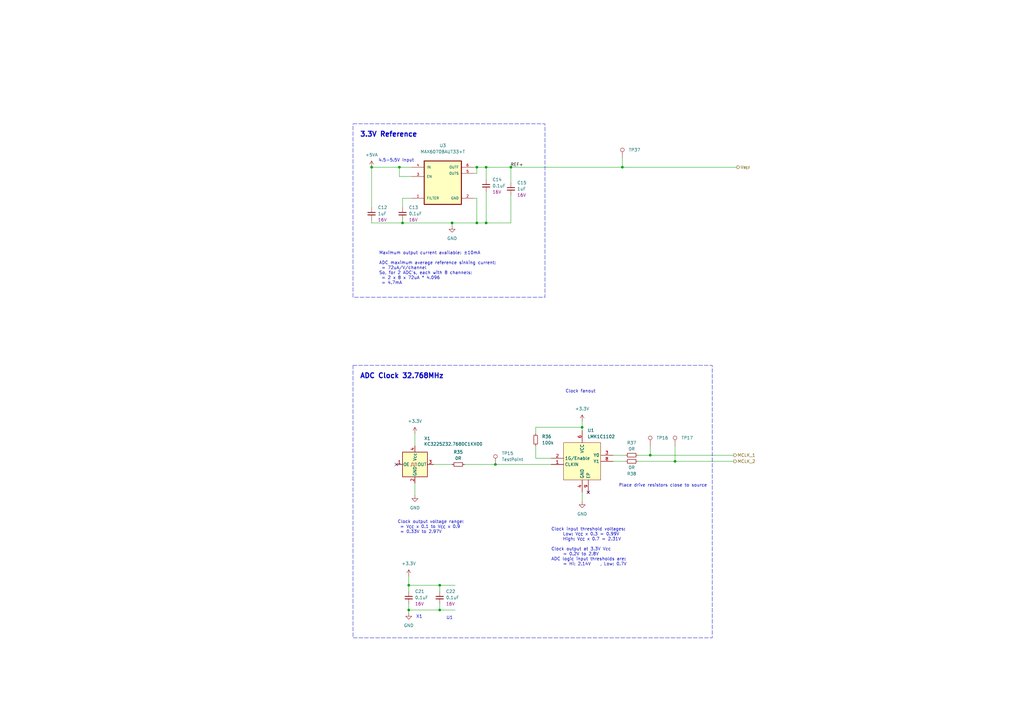
<source format=kicad_sch>
(kicad_sch (version 20231120) (generator "eeschema") (generator_version "8.0")
  (paper "A3")
  (title_block (title "Sound Compass POC") (date "2024-03-23") (rev "A") (company "Josh Berry") (comment 1 "JBRRY"))
  (lib_symbols
    (symbol "Connector:TestPoint" (pin_numbers hide) (pin_names (offset 0.762) hide)
      (property "Reference" "TP" (at 0 6.858 0))
      (property "Value" "TestPoint" (at 0 5.08 0))
      (symbol "TestPoint_0_1"
        (circle (center 0 3.302) (radius 0.762))
      )
      (symbol "TestPoint_1_1"
        (pin passive line (at 0 0 90) (length 2.54) (name "1") (number "1"))
      )
    )
    (symbol "Device:C_Small" (pin_numbers hide) (pin_names (offset 0.254) hide)
      (property "Reference" "C" (at 0.254 1.778 0))
      (property "Value" "C_Small" (at 0.254 -2.032 0))
      (symbol "C_Small_0_1"
        (polyline (pts (xy -1.524 -0.508) (xy 1.524 -0.508)) (stroke (width 0.3302)))
        (polyline (pts (xy -1.524 0.508) (xy 1.524 0.508)) (stroke (width 0.3048)))
      )
      (symbol "C_Small_1_1"
        (pin passive line (at 0 2.54 270) (length 2.032) (name "~") (number "1"))
        (pin passive line (at 0 -2.54 90) (length 2.032) (name "~") (number "2"))
      )
    )
    (symbol "Device:R_Small" (pin_numbers hide) (pin_names (offset 0.254) hide)
      (property "Reference" "R" (at 0.762 0.508 0))
      (property "Value" "R_Small" (at 0.762 -1.016 0))
      (symbol "R_Small_0_1"
        (rectangle (start -0.762 1.778) (end 0.762 -1.778) (stroke (width 0.2032)))
      )
      (symbol "R_Small_1_1"
        (pin passive line (at 0 2.54 270) (length 0.762) (name "~") (number "1"))
        (pin passive line (at 0 -2.54 90) (length 0.762) (name "~") (number "2"))
      )
    )
    (symbol "mic-test-pcb:KC3225Z32.7680C1KX00" (pin_names (offset 0.254))
      (property "Reference" "X" (at -5.08 6.35 0))
      (property "Value" "KC3225Z32.7680C1KX00" (at 1.27 -6.35 0))
      (symbol "KC3225Z32.7680C1KX00_0_1"
        (rectangle (start -5.08 5.08) (end 5.08 -5.08) (stroke (width 0.254)) (fill (type background)))
        (polyline (pts (xy -1.905 -0.635) (xy -1.27 -0.635) (xy -1.27 0.635) (xy -0.635 0.635) (xy -0.635 -0.635) (xy 0 -0.635) (xy 0 0.635) (xy 0.635 0.635) (xy 0.635 -0.635)))
      )
      (symbol "KC3225Z32.7680C1KX00_1_1"
        (pin input line (at -7.62 0 0) (length 2.54) (name "OE") (number "1"))
        (pin power_in line (at 0 -7.62 90) (length 2.54) (name "GND") (number "2"))
        (pin output line (at 7.62 0 180) (length 2.54) (name "OUT") (number "3"))
        (pin power_in line (at 0 7.62 270) (length 2.54) (name "Vcc") (number "4"))
      )
    )
    (symbol "mic-test-pcb:LMK1C1102"
      (property "Reference" "U" (at 7.62 21.59 0))
      (property "Value" "LMK1C1102" (at 9.398 -7.112 0))
      (symbol "LMK1C1102_1_0"
        (pin output line (at 12.7 5.08 180) (length 5.08) (name "Y0") (number "3"))
        (pin no_connect line (at 5.08 16.51 270) (length 2.54) hide (name "NC") (number "5"))
        (pin no_connect line (at 7.62 16.51 270) (length 2.54) hide (name "NC") (number "7"))
        (pin output line (at 12.7 2.54 180) (length 5.08) (name "Y1") (number "8"))
      )
      (symbol "LMK1C1102_1_1"
        (rectangle (start -7.62 10.16) (end 7.62 -5.08) (fill (type background)))
        (pin input line (at -12.7 1.27 0) (length 5.08) (name "CLKIN") (number "1"))
        (pin input line (at -12.7 3.81 0) (length 5.08) (name "1G/Enable") (number "2"))
        (pin power_in line (at 0 -10.16 90) (length 5.08) (name "GND") (number "4"))
        (pin power_in line (at 0 15.24 270) (length 5.08) (name "VCC") (number "6"))
        (pin no_connect line (at 2.54 -10.16 90) (length 5.08) (name "EP") (number "9"))
      )
    )
    (symbol "mic-test-pcb:MAX6070BAUT12_" (pin_names (offset 1.016))
      (property "Reference" "U" (at -12.7 11.16 0))
      (property "Value" "MAX6070BAUT41+T" (at -12.7 -14.16 0))
      (property "Part Number" "MAX6070BAUT41+T" (at 0 -2.54 0))
      (symbol "MAX6070BAUT12__0_0"
        (rectangle (start -7.62 10.16) (end 7.62 -7.62) (stroke (width 0.41)) (fill (type background)))
        (pin input line (at -12.7 -5.08 0) (length 5.08) (name "FILTER") (number "1"))
        (pin power_in line (at 12.7 -5.08 180) (length 5.08) (name "GND") (number "2"))
        (pin bidirectional line (at -12.7 3.81 0) (length 5.08) (name "EN") (number "3"))
        (pin input line (at -12.7 7.62 0) (length 5.08) (name "IN") (number "4"))
        (pin output line (at 12.7 5.08 180) (length 5.08) (name "OUTS") (number "5"))
        (pin output line (at 12.7 7.62 180) (length 5.08) (name "OUTF") (number "6"))
      )
    )
    (symbol "power:+3.3V" (power) (pin_numbers hide) (pin_names (offset 0) hide)
      (property "Value" "+3.3V" (at 0 3.556 0))
      (symbol "+3.3V_0_1"
        (polyline (pts (xy -0.762 1.27) (xy 0 2.54)))
        (polyline (pts (xy 0 0) (xy 0 2.54)))
        (polyline (pts (xy 0 2.54) (xy 0.762 1.27)))
      )
      (symbol "+3.3V_1_1"
        (pin power_in line (at 0 0 90) (length 0) (name "~") (number "1"))
      )
    )
    (symbol "power:+5VA" (power) (pin_numbers hide) (pin_names (offset 0) hide)
      (property "Value" "+5VA" (at 0 3.556 0))
      (symbol "+5VA_0_1"
        (polyline (pts (xy -0.762 1.27) (xy 0 2.54)))
        (polyline (pts (xy 0 0) (xy 0 2.54)))
        (polyline (pts (xy 0 2.54) (xy 0.762 1.27)))
      )
      (symbol "+5VA_1_1"
        (pin power_in line (at 0 0 90) (length 0) (name "~") (number "1"))
      )
    )
    (symbol "power:GND" (power) (pin_names (offset 0))
      (property "Value" "GND" (at 0 -3.81 0))
      (symbol "GND_0_1"
        (polyline (pts (xy 0 0) (xy 0 -1.27) (xy 1.27 -1.27) (xy 0 -2.54) (xy -1.27 -1.27) (xy 0 -1.27)))
      )
      (symbol "GND_1_1"
        (pin power_in line (at 0 0 270) (length 0) hide (name "GND") (number "1"))
      )
    )
  )
  (junction (at 152.4 68.58))
  (junction (at 180.34 250.19))
  (junction (at 199.39 68.58))
  (junction (at 266.7 186.69))
  (junction (at 195.58 91.44))
  (junction (at 255.27 68.58))
  (junction (at 163.83 68.58))
  (junction (at 185.42 91.44))
  (junction (at 238.76 175.26))
  (junction (at 195.58 68.58))
  (junction (at 167.64 240.03))
  (junction (at 167.64 250.19))
  (junction (at 199.39 91.44))
  (junction (at 276.86 189.23))
  (junction (at 203.2 190.5))
  (junction (at 209.55 68.58))
  (junction (at 180.34 240.03))
  (junction (at 165.1 91.44))
  (no_connect (at 241.3 201.93))
  (no_connect (at 162.56 190.5))
  (wire (pts (xy 209.55 68.58) (xy 255.27 68.58)))
  (wire (pts (xy 276.86 182.88) (xy 276.86 189.23)))
  (wire (pts (xy 266.7 186.69) (xy 300.99 186.69)))
  (wire (pts (xy 165.1 90.17) (xy 165.1 91.44)))
  (wire (pts (xy 177.8 190.5) (xy 185.42 190.5)))
  (wire (pts (xy 167.64 250.19) (xy 180.34 250.19)))
  (wire (pts (xy 238.76 201.93) (xy 238.76 205.74)))
  (wire (pts (xy 195.58 68.58) (xy 194.31 68.58)))
  (wire (pts (xy 165.1 91.44) (xy 185.42 91.44)))
  (wire (pts (xy 152.4 68.58) (xy 152.4 85.09)))
  (wire (pts (xy 190.5 190.5) (xy 203.2 190.5)))
  (wire (pts (xy 238.76 175.26) (xy 238.76 176.53)))
  (wire (pts (xy 209.55 80.01) (xy 209.55 91.44)))
  (wire (pts (xy 238.76 172.72) (xy 238.76 175.26)))
  (wire (pts (xy 203.2 190.5) (xy 226.06 190.5)))
  (wire (pts (xy 152.4 91.44) (xy 165.1 91.44)))
  (wire (pts (xy 199.39 91.44) (xy 195.58 91.44)))
  (wire (pts (xy 194.31 71.12) (xy 195.58 71.12)))
  (wire (pts (xy 199.39 68.58) (xy 209.55 68.58)))
  (wire (pts (xy 170.18 198.12) (xy 170.18 203.2)))
  (wire (pts (xy 199.39 78.74) (xy 199.39 91.44)))
  (wire (pts (xy 266.7 182.88) (xy 266.7 186.69)))
  (wire (pts (xy 251.46 189.23) (xy 256.54 189.23)))
  (wire (pts (xy 167.64 240.03) (xy 180.34 240.03)))
  (wire (pts (xy 219.71 177.8) (xy 219.71 175.26)))
  (wire (pts (xy 165.1 81.28) (xy 168.91 81.28)))
  (wire (pts (xy 219.71 175.26) (xy 238.76 175.26)))
  (wire (pts (xy 195.58 81.28) (xy 194.31 81.28)))
  (wire (pts (xy 209.55 68.58) (xy 209.55 74.93)))
  (wire (pts (xy 276.86 189.23) (xy 300.99 189.23)))
  (wire (pts (xy 195.58 68.58) (xy 199.39 68.58)))
  (wire (pts (xy 255.27 68.58) (xy 302.26 68.58)))
  (wire (pts (xy 180.34 250.19) (xy 186.69 250.19)))
  (wire (pts (xy 195.58 91.44) (xy 195.58 81.28)))
  (wire (pts (xy 261.62 189.23) (xy 276.86 189.23)))
  (wire (pts (xy 167.64 236.22) (xy 167.64 240.03)))
  (wire (pts (xy 180.34 240.03) (xy 186.69 240.03)))
  (wire (pts (xy 163.83 72.39) (xy 163.83 68.58)))
  (wire (pts (xy 209.55 91.44) (xy 199.39 91.44)))
  (wire (pts (xy 195.58 71.12) (xy 195.58 68.58)))
  (wire (pts (xy 219.71 187.96) (xy 219.71 182.88)))
  (wire (pts (xy 261.62 186.69) (xy 266.7 186.69)))
  (wire (pts (xy 251.46 186.69) (xy 256.54 186.69)))
  (wire (pts (xy 167.64 250.19) (xy 167.64 251.46)))
  (wire (pts (xy 170.18 177.8) (xy 170.18 182.88)))
  (wire (pts (xy 255.27 64.77) (xy 255.27 68.58)))
  (wire (pts (xy 167.64 242.57) (xy 167.64 240.03)))
  (wire (pts (xy 180.34 247.65) (xy 180.34 250.19)))
  (wire (pts (xy 168.91 72.39) (xy 163.83 72.39)))
  (wire (pts (xy 199.39 73.66) (xy 199.39 68.58)))
  (wire (pts (xy 185.42 91.44) (xy 195.58 91.44)))
  (wire (pts (xy 226.06 187.96) (xy 219.71 187.96)))
  (wire (pts (xy 152.4 68.58) (xy 163.83 68.58)))
  (wire (pts (xy 185.42 91.44) (xy 185.42 92.71)))
  (wire (pts (xy 167.64 247.65) (xy 167.64 250.19)))
  (wire (pts (xy 165.1 81.28) (xy 165.1 85.09)))
  (wire (pts (xy 163.83 68.58) (xy 168.91 68.58)))
  (wire (pts (xy 180.34 240.03) (xy 180.34 242.57)))
  (wire (pts (xy 152.4 90.17) (xy 152.4 91.44)))
  (rectangle (start 144.78 50.8) (end 223.52 121.92) (stroke (width 0) (type dash)))
  (rectangle (start 144.78 149.86) (end 292.1 261.62) (stroke (width 0) (type dash)))
  (text "Clock fanout" (at 231.902 160.528 0) (effects (font (size 1.27 1.27)) (justify left)))
  (text "4.5-5.5V Input" (at 155.194 66.548 0) (effects (font (size 1.27 1.27)) (justify left bottom)))
  (text "U1" (at 184.404 253.492 0) (effects (font (size 1.27 1.27))))
  (text "Maximum output current available: ±10mA\n\nADC maximum average reference sinking current:\n = 72uA/V/channel\nSo, for 2 ADC's, each with 8 channels:\n = 2 x 8 x 72uA * 4.096\n = 4.7mA" (at 155.448 109.982 0) (effects (font (size 1.27 1.27)) (justify left)))
  (text "ADC Clock 32.768MHz" (at 147.574 155.448 0) (effects (font (size 2.032 2.032) (thickness 0.4064) (bold yes)) (justify left bottom)))
  (text "Clock input threshold voltages: \n 	Low: V_{CC} x 0.3 = 0.99V\n	High: V_{CC} x 0.7 = 2.31V\n\nClock output at 3.3V Vcc\n 	= 0.2V to 2.8V\nADC logic input thresholds are:\n	= Hi: 2.14V	, Low: 0.7V" (at 226.06 224.282 0) (effects (font (size 1.27 1.27)) (justify left)))
  (text "X1" (at 171.958 252.984 0) (effects (font (size 1.27 1.27))))
  (text "Place drive resistors close to source" (at 253.746 199.136 0) (effects (font (size 1.27 1.27)) (justify left)))
  (text "3.3V Reference" (at 147.574 56.388 0) (effects (font (size 2.032 2.032) (thickness 0.4064) (bold yes)) (justify left bottom)))
  (text "Clock output voltage range: \n = V_{CC} x 0.1 to V_{CC} x 0.9\n = 0.33V to 2.97V" (at 163.068 216.154 0) (effects (font (size 1.27 1.27)) (justify left)))
  (label "REF+" (at 214.63 68.58 180))
  (hierarchical_label "V_{REF}" (shape output) (at 302.26 68.58 0))
  (hierarchical_label "MCLK_1" (shape output) (at 300.99 186.69 0))
  (hierarchical_label "MCLK_2" (shape output) (at 300.99 189.23 0))
  (symbol (lib_id "power:GND") (at 167.64 251.46 0) (unit 1)
    (property "Reference" "#PWR038" (effects (hide yes)))
    (property "Value" "GND" (at 167.64 256.54 0))
    (property "Description" "Power symbol creates a global label with name \"GND\" , ground" (effects (hide yes)))
  )
  (symbol (lib_id "power:GND") (at 170.18 203.2 0) (unit 1)
    (property "Reference" "#PWR034" (effects (hide yes)))
    (property "Value" "GND" (at 170.18 208.28 0))
    (property "Description" "Power symbol creates a global label with name \"GND\" , ground" (effects (hide yes)))
  )
  (symbol (lib_id "mic-test-pcb:KC3225Z32.7680C1KX00") (at 170.18 190.5 0) (unit 1)
    (property "Reference" "X1" (at 175.26 179.832 0))
    (property "Value" "KC3225Z32.7680C1KX00" (at 185.928 182.118 0))
    (property "Footprint" "Oscillator:Oscillator_SMD_SeikoEpson_SG210-4Pin_2.5x2.0mm" (effects (hide yes)))
    (property "Datasheet" "https://mm.digikey.com/Volume0/opasdata/d220001/medias/docus/204/KC3225Z_Series_Spec_Prelim.pdf" (effects (hide yes)))
    (property "Description" "Crystal Oscillator Low Profile / High Stability SPXO" (effects (hide yes)))
    (property "Manufacturer" "KYOCERA AVX" (effects (hide yes)))
    (property "Part Number" "KC3225Z32.7680C1KX00" (effects (hide yes)))
    (property "Supplier" "Digi-Key" (effects (hide yes)))
    (property "Supplier Number" "478-KC3225Z32.7680C1KX00CT-ND" (effects (hide yes)))
  )
  (symbol (lib_id "power:+5VA") (at 152.4 68.58 0) (unit 1)
    (property "Reference" "#PWR011" (effects (hide yes)))
    (property "Value" "+5VA" (at 152.4 63.5 0))
    (property "Description" "Power symbol creates a global label with name \"+5VA\"" (effects (hide yes)))
  )
  (symbol (lib_id "Device:C_Small") (at 167.64 245.11 0) (unit 1)
    (property "Reference" "C21" (at 170.18 242.5762 0) (effects (justify left)))
    (property "Value" "0.1uF" (at 170.18 245.1162 0) (effects (justify left)))
    (property "Footprint" "Capacitor_SMD:C_0603_1608Metric" (effects (hide yes)))
    (property "Description" "Unpolarized capacitor, small symbol" (effects (hide yes)))
    (property "Manufacturer" "YAGEO" (effects (hide yes)))
    (property "Part Number" "CC0603KRX7R7BB104" (effects (hide yes)))
    (property "Supplier" "Digi-Key" (effects (hide yes)))
    (property "Supplier Number" "311-1088-1-ND" (effects (hide yes)))
    (property "Voltage" "16V" (at 170.18 247.6562 0) (effects (justify left)))
  )
  (symbol (lib_id "power:+3.3V") (at 167.64 236.22 0) (unit 1)
    (property "Reference" "#PWR037" (effects (hide yes)))
    (property "Value" "+3.3V" (at 167.64 231.14 0))
    (property "Description" "Power symbol creates a global label with name \"+3.3V\"" (effects (hide yes)))
  )
  (symbol (lib_id "Device:C_Small") (at 199.39 76.2 0) (unit 1)
    (property "Reference" "C14" (at 201.93 73.6662 0) (effects (justify left)))
    (property "Value" "0.1uF" (at 201.93 76.2062 0) (effects (justify left)))
    (property "Footprint" "Capacitor_SMD:C_0603_1608Metric" (effects (hide yes)))
    (property "Description" "Unpolarized capacitor, small symbol" (effects (hide yes)))
    (property "Manufacturer" "YAGEO" (effects (hide yes)))
    (property "Part Number" "CC0603KRX7R7BB104" (effects (hide yes)))
    (property "Supplier" "Digi-Key" (effects (hide yes)))
    (property "Supplier Number" "311-1088-1-ND" (effects (hide yes)))
    (property "Voltage" "16V" (at 201.93 78.7462 0) (effects (justify left)))
  )
  (symbol (lib_id "Connector:TestPoint") (at 276.86 182.88 0) (unit 1) (in_bom no)
    (property "Reference" "TP17" (at 279.4 179.5779 0) (effects (justify left)))
    (property "Value" "TestPoint" (effects (hide yes)))
    (property "Footprint" "TestPoint:TestPoint_Pad_D1.0mm" (effects (hide yes)))
    (property "Description" "test point" (effects (hide yes)))
  )
  (symbol (lib_id "Connector:TestPoint") (at 266.7 182.88 0) (unit 1) (in_bom no)
    (property "Reference" "TP16" (at 269.24 179.5779 0) (effects (justify left)))
    (property "Value" "TestPoint" (effects (hide yes)))
    (property "Footprint" "TestPoint:TestPoint_Pad_D1.0mm" (effects (hide yes)))
    (property "Description" "test point" (effects (hide yes)))
  )
  (symbol (lib_id "Device:R_Small") (at 219.71 180.34 180) (unit 1)
    (property "Reference" "R36" (at 222.25 179.0699 0) (effects (justify right)))
    (property "Value" "100k" (at 222.25 181.6099 0) (effects (justify right)))
    (property "Footprint" "Resistor_SMD:R_0603_1608Metric" (effects (hide yes)))
    (property "Description" "Resistor, small symbol" (effects (hide yes)))
    (property "Manufacturer" "YAGEO" (effects (hide yes)))
    (property "Part Number" "RC0603FR-07100KL" (effects (hide yes)))
    (property "Supplier" "Digi-Key" (effects (hide yes)))
    (property "Supplier Number" "311-100KHRCT-ND" (effects (hide yes)))
  )
  (symbol (lib_id "Device:R_Small") (at 187.96 190.5 90) (unit 1)
    (property "Reference" "R35" (at 187.96 185.42 90))
    (property "Value" "0R" (at 187.96 187.96 90))
    (property "Footprint" "Resistor_SMD:R_0603_1608Metric" (effects (hide yes)))
    (property "Description" "Resistor, small symbol" (effects (hide yes)))
    (property "Manufacturer" "Stackpole Electronics Inc" (effects (hide yes)))
    (property "Part Number" "RMCF0603ZT0R00" (effects (hide yes)))
    (property "Supplier" "Digi-Key" (effects (hide yes)))
    (property "Supplier Number" "RMCF0603ZT0R00CT-ND" (effects (hide yes)))
  )
  (symbol (lib_id "Connector:TestPoint") (at 255.27 64.77 0) (unit 1) (in_bom no)
    (property "Reference" "TP37" (at 257.81 61.4679 0) (effects (justify left)))
    (property "Value" "TestPoint" (effects (hide yes)))
    (property "Footprint" "TestPoint:TestPoint_Pad_D1.0mm" (effects (hide yes)))
    (property "Description" "test point" (effects (hide yes)))
  )
  (symbol (lib_id "Device:C_Small") (at 209.55 77.47 0) (unit 1)
    (property "Reference" "C15" (at 212.09 74.9362 0) (effects (justify left)))
    (property "Value" "1uF" (at 212.09 77.4762 0) (effects (justify left)))
    (property "Footprint" "Capacitor_SMD:C_0603_1608Metric" (effects (hide yes)))
    (property "Description" "Unpolarized capacitor, small symbol" (effects (hide yes)))
    (property "Manufacturer" "YAGEO" (effects (hide yes)))
    (property "Part Number" "CC0603KRX7R7BB105" (effects (hide yes)))
    (property "Supplier" "Digi-Key" (effects (hide yes)))
    (property "Supplier Number" "311-1446-1-ND" (effects (hide yes)))
    (property "Voltage" "16V" (at 212.09 80.0162 0) (effects (justify left)))
  )
  (symbol (lib_id "Connector:TestPoint") (at 203.2 190.5 0) (unit 1) (in_bom no)
    (property "Reference" "TP15" (at 205.74 185.9279 0) (effects (justify left)))
    (property "Value" "TestPoint" (at 205.74 188.4679 0) (effects (justify left)))
    (property "Footprint" "TestPoint:TestPoint_Pad_D1.0mm" (effects (hide yes)))
    (property "Description" "test point" (effects (hide yes)))
  )
  (symbol (lib_id "power:GND") (at 238.76 205.74 0) (unit 1)
    (property "Reference" "#PWR035" (effects (hide yes)))
    (property "Value" "GND" (at 238.76 210.82 0))
    (property "Description" "Power symbol creates a global label with name \"GND\" , ground" (effects (hide yes)))
  )
  (symbol (lib_id "mic-test-pcb:LMK1C1102") (at 238.76 191.77 0) (unit 1)
    (property "Reference" "U1" (at 240.9541 176.53 0) (effects (justify left)))
    (property "Value" "LMK1C1102" (at 240.9541 179.07 0) (effects (justify left)))
    (property "Footprint" "Package_SON:WSON-8-1EP_2x2mm_P0.5mm_EP0.9x1.6mm" (effects (hide yes)))
    (property "Datasheet" "https://www.ti.com/lit/ds/symlink/lmk1c1104.pdf" (effects (hide yes)))
    (property "Description" "2 channel fanout buffer" (effects (hide yes)))
    (property "Manufacturer" "Texas Instruments" (effects (hide yes)))
    (property "Part Number" "LMK1C1102DQFR" (effects (hide yes)))
    (property "Supplier" "Digi-Key" (effects (hide yes)))
    (property "Supplier Number" "296-LMK1C1102DQFRCT-ND" (effects (hide yes)))
  )
  (symbol (lib_id "Device:R_Small") (at 259.08 189.23 90) (mirror x) (unit 1)
    (property "Reference" "R38" (at 259.08 194.31 90))
    (property "Value" "0R" (at 259.08 191.77 90))
    (property "Footprint" "Resistor_SMD:R_0603_1608Metric" (effects (hide yes)))
    (property "Description" "Resistor, small symbol" (effects (hide yes)))
    (property "Manufacturer" "Stackpole Electronics Inc" (effects (hide yes)))
    (property "Part Number" "RMCF0603ZT0R00" (effects (hide yes)))
    (property "Supplier" "Digi-Key" (effects (hide yes)))
    (property "Supplier Number" "RMCF0603ZT0R00CT-ND" (effects (hide yes)))
  )
  (symbol (lib_id "mic-test-pcb:MAX6070BAUT12_") (at 181.61 76.2 0) (unit 1)
    (property "Reference" "U3" (at 181.61 59.69 0))
    (property "Value" "MAX6070BAUT33+T" (at 181.61 62.23 0))
    (property "Footprint" "Package_TO_SOT_SMD:SOT-23-6" (effects (hide yes)))
    (property "Datasheet" "https://www.analog.com/media/en/technical-documentation/data-sheets/max6070-max6071.pdf" (effects (hide yes)))
    (property "Description" "\nLow-Noise, High-Precision Series Voltage References\n" (effects (hide yes)))
    (property "MF" "Analog Devices" (effects (hide yes)))
    (property "Package" "SOT-23-6 Maxim Integrated" (effects (hide yes)))
    (property "Part Number" "MAX6070BAUT33+T" (effects (hide yes)))
    (property "Manufacturer" "Analog Devices Inc./Maxim Integrated" (effects (hide yes)))
    (property "Supplier" "Digi-Key" (effects (hide yes)))
    (property "Supplier Number" "MAX6070BAUT33+TCT-ND" (effects (hide yes)))
  )
  (symbol (lib_id "power:+3.3V") (at 170.18 177.8 0) (unit 1)
    (property "Reference" "#PWR033" (effects (hide yes)))
    (property "Value" "+3.3V" (at 170.18 172.72 0))
    (property "Description" "Power symbol creates a global label with name \"+3.3V\"" (effects (hide yes)))
  )
  (symbol (lib_id "Device:C_Small") (at 165.1 87.63 0) (unit 1)
    (property "Reference" "C13" (at 167.64 85.0962 0) (effects (justify left)))
    (property "Value" "0.1uF" (at 167.64 87.6362 0) (effects (justify left)))
    (property "Footprint" "Capacitor_SMD:C_0603_1608Metric" (effects (hide yes)))
    (property "Description" "Unpolarized capacitor, small symbol" (effects (hide yes)))
    (property "Manufacturer" "YAGEO" (effects (hide yes)))
    (property "Part Number" "CC0603KRX7R7BB104" (effects (hide yes)))
    (property "Supplier" "Digi-Key" (effects (hide yes)))
    (property "Supplier Number" "311-1088-1-ND" (effects (hide yes)))
    (property "Voltage" "16V" (at 167.64 90.1762 0) (effects (justify left)))
  )
  (symbol (lib_id "Device:C_Small") (at 152.4 87.63 0) (unit 1)
    (property "Reference" "C12" (at 154.94 85.0962 0) (effects (justify left)))
    (property "Value" "1uF" (at 154.94 87.6362 0) (effects (justify left)))
    (property "Footprint" "Capacitor_SMD:C_0603_1608Metric" (effects (hide yes)))
    (property "Description" "Unpolarized capacitor, small symbol" (effects (hide yes)))
    (property "Manufacturer" "YAGEO" (effects (hide yes)))
    (property "Part Number" "CC0603KRX7R7BB105" (effects (hide yes)))
    (property "Supplier" "Digi-Key" (effects (hide yes)))
    (property "Supplier Number" "311-1446-1-ND" (effects (hide yes)))
    (property "Voltage" "16V" (at 154.94 90.1762 0) (effects (justify left)))
  )
  (symbol (lib_id "Device:C_Small") (at 180.34 245.11 0) (unit 1)
    (property "Reference" "C22" (at 182.88 242.5762 0) (effects (justify left)))
    (property "Value" "0.1uF" (at 182.88 245.1162 0) (effects (justify left)))
    (property "Footprint" "Capacitor_SMD:C_0603_1608Metric" (effects (hide yes)))
    (property "Description" "Unpolarized capacitor, small symbol" (effects (hide yes)))
    (property "Manufacturer" "YAGEO" (effects (hide yes)))
    (property "Part Number" "CC0603KRX7R7BB104" (effects (hide yes)))
    (property "Supplier" "Digi-Key" (effects (hide yes)))
    (property "Supplier Number" "311-1088-1-ND" (effects (hide yes)))
    (property "Voltage" "16V" (at 182.88 247.6562 0) (effects (justify left)))
  )
  (symbol (lib_id "power:GND") (at 185.42 92.71 0) (unit 1)
    (property "Reference" "#PWR012" (effects (hide yes)))
    (property "Value" "GND" (at 185.42 97.79 0))
    (property "Description" "Power symbol creates a global label with name \"GND\" , ground" (effects (hide yes)))
  )
  (symbol (lib_id "power:+3.3V") (at 238.76 172.72 0) (unit 1)
    (property "Reference" "#PWR036" (effects (hide yes)))
    (property "Value" "+3.3V" (at 238.76 167.64 0))
    (property "Description" "Power symbol creates a global label with name \"+3.3V\"" (effects (hide yes)))
  )
  (symbol (lib_id "Device:R_Small") (at 259.08 186.69 90) (unit 1)
    (property "Reference" "R37" (at 259.08 181.61 90))
    (property "Value" "0R" (at 259.08 184.15 90))
    (property "Footprint" "Resistor_SMD:R_0603_1608Metric" (effects (hide yes)))
    (property "Description" "Resistor, small symbol" (effects (hide yes)))
    (property "Manufacturer" "Stackpole Electronics Inc" (effects (hide yes)))
    (property "Part Number" "RMCF0603ZT0R00" (effects (hide yes)))
    (property "Supplier" "Digi-Key" (effects (hide yes)))
    (property "Supplier Number" "RMCF0603ZT0R00CT-ND" (effects (hide yes)))
  )
)
</source>
